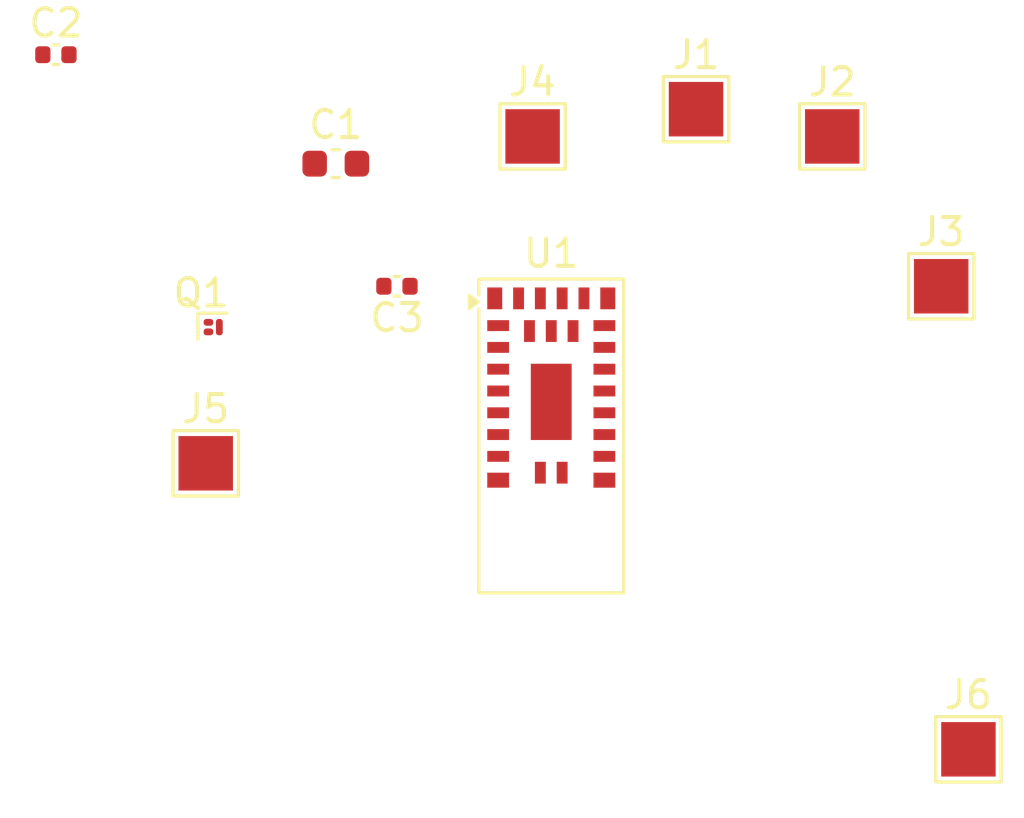
<source format=kicad_pcb>
(kicad_pcb (version 20241229) (generator "pcbnew") (generator_version "9.0")
  (layers (0 "F.Cu" signal) (2 "B.Cu" signal) (13 "F.Paste" user) (15 "B.Paste" user) (5 "F.SilkS" user "F.Silkscreen") (7 "B.SilkS" user "B.Silkscreen") (1 "F.Mask" user) (3 "B.Mask" user) (25 "Edge.Cuts" user))
  (net 0 "")
  (net 1 "Net-(J4-Pin_1)")
  (net 2 "Net-(J5-Pin_1)")
  (net 3 "Net-(U1-DEC4)")
  (net 4 "Net-(J1-Pin_1)")
  (net 5 "Net-(J2-Pin_1)")
  (net 6 "Net-(J3-Pin_1)")
  (net 7 "Net-(J6-Pin_1)")
  (net 8 "Net-(Q1-G)")
  (footprint "TestPoint:TestPoint_Pad_2.0x2.0mm" (layer "F.Cu") (at 96 76.5)
    (property "Reference" "J5" (at 0 -1.998 0) (layer "F.SilkS"))
    (property "Value" "VDD")
    (fp_line (start -1.2 -1.2) (end 1.2 -1.2) (stroke (width 0.12)) (layer "F.SilkS"))
    (fp_line (start -1.2 1.2) (end -1.2 -1.2) (stroke (width 0.12)) (layer "F.SilkS"))
    (fp_line (start 1.2 -1.2) (end 1.2 1.2) (stroke (width 0.12)) (layer "F.SilkS"))
    (fp_line (start 1.2 1.2) (end -1.2 1.2) (stroke (width 0.12)) (layer "F.SilkS"))
    (pad "1" smd rect (at 0 0) (size 2 2) (layers "F.Cu" "F.Mask") (net 2 "Net-(J5-Pin_1)"))
  )
  (footprint "Capacitor_SMD:C_0402_1005Metric" (layer "F.Cu") (at 103.02 70 180)
    (property "Reference" "C3" (at 0 -1.16 0) (layer "F.SilkS"))
    (property "Value" "1uF_0402")
    (fp_line (start -0.107836 0.36) (end 0.107836 0.36) (stroke (width 0.12)) (layer "F.SilkS"))
    (fp_line (start -0.107836 -0.36) (end 0.107836 -0.36) (stroke (width 0.12)) (layer "F.SilkS"))
    (pad "1" smd roundrect (at -0.48 0 180) (size 0.56 0.62) (layers "F.Cu" "F.Mask" "F.Paste") (net 3 "Net-(U1-DEC4)"))
    (pad "2" smd roundrect (at 0.48 0 180) (size 0.56 0.62) (layers "F.Cu" "F.Mask" "F.Paste") (net 1 "Net-(J4-Pin_1)"))
  )
  (footprint "TestPoint:TestPoint_Pad_2.0x2.0mm" (layer "F.Cu") (at 124 87)
    (property "Reference" "J6" (at 0 -1.998 0) (layer "F.SilkS"))
    (property "Value" "LED_DRAIN")
    (fp_line (start -1.2 -1.2) (end 1.2 -1.2) (stroke (width 0.12)) (layer "F.SilkS"))
    (fp_line (start -1.2 1.2) (end -1.2 -1.2) (stroke (width 0.12)) (layer "F.SilkS"))
    (fp_line (start 1.2 -1.2) (end 1.2 1.2) (stroke (width 0.12)) (layer "F.SilkS"))
    (fp_line (start 1.2 1.2) (end -1.2 1.2) (stroke (width 0.12)) (layer "F.SilkS"))
    (pad "1" smd rect (at 0 0) (size 2 2) (layers "F.Cu" "F.Mask") (net 7 "Net-(J6-Pin_1)"))
  )
  (footprint "TestPoint:TestPoint_Pad_2.0x2.0mm" (layer "F.Cu") (at 114 63.5)
    (property "Reference" "J1" (at 0 -1.998 0) (layer "F.SilkS"))
    (property "Value" "RESET")
    (fp_line (start -1.2 -1.2) (end 1.2 -1.2) (stroke (width 0.12)) (layer "F.SilkS"))
    (fp_line (start -1.2 1.2) (end -1.2 -1.2) (stroke (width 0.12)) (layer "F.SilkS"))
    (fp_line (start 1.2 -1.2) (end 1.2 1.2) (stroke (width 0.12)) (layer "F.SilkS"))
    (fp_line (start 1.2 1.2) (end -1.2 1.2) (stroke (width 0.12)) (layer "F.SilkS"))
    (pad "1" smd rect (at 0 0) (size 2 2) (layers "F.Cu" "F.Mask") (net 4 "Net-(J1-Pin_1)"))
  )
  (footprint "RF_Module:Taiyo-Yuden_EYSGJNZWY" (layer "F.Cu") (at 108.685 75.495)
    (property "Reference" "U1" (at 0 -6.7 0) (layer "F.SilkS"))
    (property "Value" "EYSHSNZWZ_module_stub")
    (fp_line (start -2.66 -5.76) (end -2.66 -5.18) (stroke (width 0.12)) (layer "F.SilkS"))
    (fp_line (start -2.66 -5.76) (end 2.66 -5.76) (stroke (width 0.12)) (layer "F.SilkS"))
    (fp_line (start -2.66 -4.66) (end -2.66 5.76) (stroke (width 0.12)) (layer "F.SilkS"))
    (fp_line (start -2.66 5.76) (end 2.66 5.76) (stroke (width 0.12)) (layer "F.SilkS"))
    (fp_line (start 2.66 -5.76) (end 2.66 5.76) (stroke (width 0.12)) (layer "F.SilkS"))
    (fp_poly (pts (xy -2.68 -4.92) (xy -3.01 -4.68) (xy -3.01 -5.16) (xy -2.68 -4.92)) (stroke (width 0.12)) (fill yes) (layer "F.SilkS"))
    (pad "1" smd rect (at -2.075 -5.05) (size 0.55 0.8) (layers "F.Cu" "F.Mask" "F.Paste") (net 1 "Net-(J4-Pin_1)"))
    (pad "2" smd rect (at -1.95 -4.05) (size 0.8 0.4) (layers "F.Cu" "F.Mask" "F.Paste") (net 8 "Net-(Q1-G)"))
    (pad "3" smd rect (at -1.95 -3.25) (size 0.8 0.4) (layers "F.Cu" "F.Mask" "F.Paste"))
    (pad "4" smd rect (at -1.95 -2.45) (size 0.8 0.4) (layers "F.Cu" "F.Mask" "F.Paste"))
    (pad "5" smd rect (at -1.95 -1.65) (size 0.8 0.4) (layers "F.Cu" "F.Mask" "F.Paste"))
    (pad "6" smd rect (at -1.95 -0.85) (size 0.8 0.4) (layers "F.Cu" "F.Mask" "F.Paste"))
    (pad "7" smd rect (at -1.95 -0.05) (size 0.8 0.4) (layers "F.Cu" "F.Mask" "F.Paste") (net 3 "Net-(U1-DEC4)"))
    (pad "8" smd rect (at -1.95 0.75) (size 0.8 0.4) (layers "F.Cu" "F.Mask" "F.Paste") (net 2 "Net-(J5-Pin_1)"))
    (pad "9" smd rect (at -1.95 1.625) (size 0.8 0.55) (layers "F.Cu" "F.Mask" "F.Paste"))
    (pad "10" smd rect (at -0.4 1.35) (size 0.4 0.8) (layers "F.Cu" "F.Mask" "F.Paste"))
    (pad "11" smd rect (at 0.4 1.35) (size 0.4 0.8) (layers "F.Cu" "F.Mask" "F.Paste"))
    (pad "12" smd rect (at 1.95 1.625) (size 0.8 0.55) (layers "F.Cu" "F.Mask" "F.Paste"))
    (pad "13" smd rect (at 1.95 0.75) (size 0.8 0.4) (layers "F.Cu" "F.Mask" "F.Paste") (net 1 "Net-(J4-Pin_1)"))
    (pad "14" smd rect (at 1.95 -0.05) (size 0.8 0.4) (layers "F.Cu" "F.Mask" "F.Paste"))
    (pad "15" smd rect (at 1.95 -0.85) (size 0.8 0.4) (layers "F.Cu" "F.Mask" "F.Paste"))
    (pad "16" smd rect (at 1.95 -1.65) (size 0.8 0.4) (layers "F.Cu" "F.Mask" "F.Paste") (net 6 "Net-(J3-Pin_1)"))
    (pad "17" smd rect (at 1.95 -2.45) (size 0.8 0.4) (layers "F.Cu" "F.Mask" "F.Paste") (net 5 "Net-(J2-Pin_1)"))
    (pad "18" smd rect (at 1.95 -3.25) (size 0.8 0.4) (layers "F.Cu" "F.Mask" "F.Paste") (net 1 "Net-(J4-Pin_1)"))
    (pad "19" smd rect (at 1.95 -4.05) (size 0.8 0.4) (layers "F.Cu" "F.Mask" "F.Paste") (net 4 "Net-(J1-Pin_1)"))
    (pad "20" smd rect (at 2.075 -5.05) (size 0.55 0.8) (layers "F.Cu" "F.Mask" "F.Paste"))
    (pad "21" smd rect (at 1.2 -5.05) (size 0.4 0.8) (layers "F.Cu" "F.Mask" "F.Paste"))
    (pad "22" smd rect (at 0.4 -5.05) (size 0.4 0.8) (layers "F.Cu" "F.Mask" "F.Paste"))
    (pad "23" smd rect (at -0.4 -5.05) (size 0.4 0.8) (layers "F.Cu" "F.Mask" "F.Paste"))
    (pad "24" smd rect (at -1.2 -5.05) (size 0.4 0.8) (layers "F.Cu" "F.Mask" "F.Paste"))
    (pad "25" smd rect (at 0.8 -3.85) (size 0.4 0.8) (layers "F.Cu" "F.Mask" "F.Paste"))
    (pad "26" smd rect (at 0 -3.85) (size 0.4 0.8) (layers "F.Cu" "F.Mask" "F.Paste") (net 1 "Net-(J4-Pin_1)"))
    (pad "27" smd rect (at -0.8 -3.85) (size 0.4 0.8) (layers "F.Cu" "F.Mask" "F.Paste"))
    (pad "28" smd rect (at 0 -1.25) (size 1.5 2.8) (layers "F.Cu" "F.Mask"))
  )
  (footprint "TestPoint:TestPoint_Pad_2.0x2.0mm" (layer "F.Cu") (at 119 64.5)
    (property "Reference" "J2" (at 0 -1.998 0) (layer "F.SilkS"))
    (property "Value" "SWDIO")
    (fp_line (start -1.2 -1.2) (end 1.2 -1.2) (stroke (width 0.12)) (layer "F.SilkS"))
    (fp_line (start -1.2 1.2) (end -1.2 -1.2) (stroke (width 0.12)) (layer "F.SilkS"))
    (fp_line (start 1.2 -1.2) (end 1.2 1.2) (stroke (width 0.12)) (layer "F.SilkS"))
    (fp_line (start 1.2 1.2) (end -1.2 1.2) (stroke (width 0.12)) (layer "F.SilkS"))
    (pad "1" smd rect (at 0 0) (size 2 2) (layers "F.Cu" "F.Mask") (net 5 "Net-(J2-Pin_1)"))
  )
  (footprint "Package_DFN_QFN:Texas_PicoStar_DFN-3_0.69x0.60mm" (layer "F.Cu") (at 96.275 71.5)
    (property "Reference" "Q1" (at -0.45 -1.25 0) (layer "F.SilkS"))
    (property "Value" "CSD13385F5")
    (fp_line (start -0.56 -0.51) (end 0.5 -0.51) (stroke (width 0.12)) (layer "F.SilkS"))
    (fp_line (start -0.56 0.45) (end -0.56 -0.51) (stroke (width 0.12)) (layer "F.SilkS"))
    (pad "1" smd roundrect (at -0.175 -0.175) (size 0.35 0.25) (layers "F.Cu" "F.Mask") (roundrect_rratio 0.4) (net 8 "Net-(Q1-G)"))
    (pad "2" smd roundrect (at -0.175 0.175) (size 0.35 0.25) (layers "F.Cu" "F.Mask") (roundrect_rratio 0.4) (net 7 "Net-(J6-Pin_1)"))
    (pad "3" smd roundrect (at 0.225 0) (size 0.25 0.6) (layers "F.Cu" "F.Mask" "F.Paste") (roundrect_rratio 0.4) (net 2 "Net-(J5-Pin_1)"))
  )
  (footprint "TestPoint:TestPoint_Pad_2.0x2.0mm" (layer "F.Cu") (at 123 70)
    (property "Reference" "J3" (at 0 -1.998 0) (layer "F.SilkS"))
    (property "Value" "SWDCLK")
    (fp_line (start -1.2 -1.2) (end 1.2 -1.2) (stroke (width 0.12)) (layer "F.SilkS"))
    (fp_line (start -1.2 1.2) (end -1.2 -1.2) (stroke (width 0.12)) (layer "F.SilkS"))
    (fp_line (start 1.2 -1.2) (end 1.2 1.2) (stroke (width 0.12)) (layer "F.SilkS"))
    (fp_line (start 1.2 1.2) (end -1.2 1.2) (stroke (width 0.12)) (layer "F.SilkS"))
    (pad "1" smd rect (at 0 0) (size 2 2) (layers "F.Cu" "F.Mask") (net 6 "Net-(J3-Pin_1)"))
  )
  (footprint "TestPoint:TestPoint_Pad_2.0x2.0mm" (layer "F.Cu") (at 108 64.5)
    (property "Reference" "J4" (at 0 -1.998 0) (layer "F.SilkS"))
    (property "Value" "GND")
    (fp_line (start -1.2 -1.2) (end 1.2 -1.2) (stroke (width 0.12)) (layer "F.SilkS"))
    (fp_line (start -1.2 1.2) (end -1.2 -1.2) (stroke (width 0.12)) (layer "F.SilkS"))
    (fp_line (start 1.2 -1.2) (end 1.2 1.2) (stroke (width 0.12)) (layer "F.SilkS"))
    (fp_line (start 1.2 1.2) (end -1.2 1.2) (stroke (width 0.12)) (layer "F.SilkS"))
    (pad "1" smd rect (at 0 0) (size 2 2) (layers "F.Cu" "F.Mask") (net 1 "Net-(J4-Pin_1)"))
  )
  (footprint "Capacitor_SMD:C_0603_1608Metric" (layer "F.Cu") (at 100.775 65.5)
    (property "Reference" "C1" (at 0 -1.43 0) (layer "F.SilkS"))
    (property "Value" "4.7uF_X5R")
    (fp_line (start -0.14058 -0.51) (end 0.14058 -0.51) (stroke (width 0.12)) (layer "F.SilkS"))
    (fp_line (start -0.14058 0.51) (end 0.14058 0.51) (stroke (width 0.12)) (layer "F.SilkS"))
    (pad "1" smd roundrect (at -0.775 0) (size 0.9 0.95) (layers "F.Cu" "F.Mask" "F.Paste") (net 2 "Net-(J5-Pin_1)"))
    (pad "2" smd roundrect (at 0.775 0) (size 0.9 0.95) (layers "F.Cu" "F.Mask" "F.Paste") (net 1 "Net-(J4-Pin_1)"))
  )
  (footprint "Capacitor_SMD:C_0402_1005Metric" (layer "F.Cu") (at 90.5 61.5)
    (property "Reference" "C2" (at 0 -1.16 0) (layer "F.SilkS"))
    (property "Value" "0.1uF_X5R")
    (fp_line (start -0.107836 -0.36) (end 0.107836 -0.36) (stroke (width 0.12)) (layer "F.SilkS"))
    (fp_line (start -0.107836 0.36) (end 0.107836 0.36) (stroke (width 0.12)) (layer "F.SilkS"))
    (pad "1" smd roundrect (at -0.48 0) (size 0.56 0.62) (layers "F.Cu" "F.Mask" "F.Paste") (net 2 "Net-(J5-Pin_1)"))
    (pad "2" smd roundrect (at 0.48 0) (size 0.56 0.62) (layers "F.Cu" "F.Mask" "F.Paste") (net 1 "Net-(J4-Pin_1)"))
  )
)
</source>
